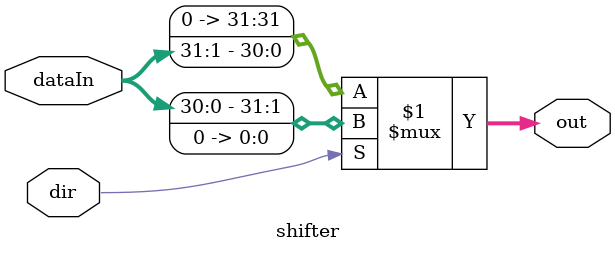
<source format=v>
module shifter (
    output [31:0] out,
    input  [31:0] dataIn,
    input         dir      // 0 = R, 1 = L
);
  assign out = dir ? {dataIn[30:0], 1'b0} : {1'b0, dataIn[31:1]};
endmodule

</source>
